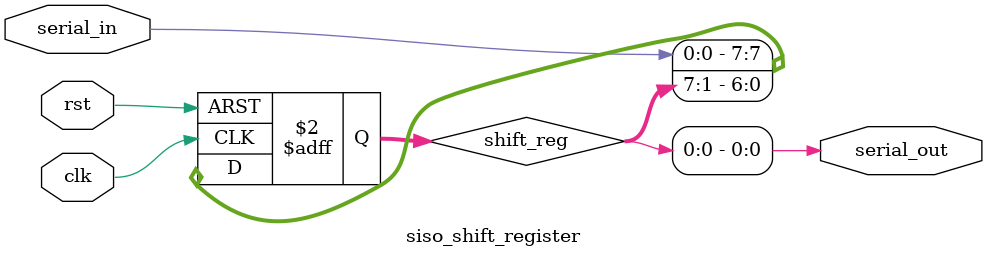
<source format=v>
module siso_shift_register(
  input wire clk,      
  input wire rst,      
  input wire serial_in, 
  output wire serial_out 
);

  reg [7:0] shift_reg; 

  always @(posedge clk or posedge rst) begin
    if (rst) begin
      shift_reg <= 8'b0;
    end else begin
      shift_reg <= {serial_in, shift_reg[7:1]};
    end
  end

  assign serial_out = shift_reg[0];

endmodule
</source>
